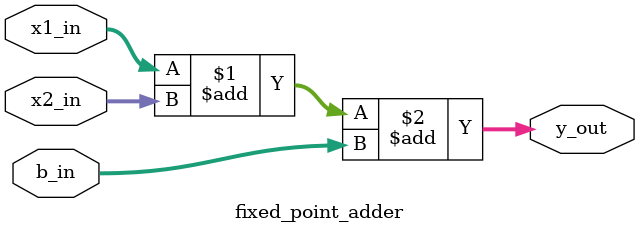
<source format=sv>
`timescale 1ns/1ps
`default_nettype none

module fixed_point_adder
#(
    parameter sign = 1,
    parameter q_m = 16,
    parameter q_n = 16
)
(
    input wire signed [sign + q_m + q_n - 1:0] x1_in, x2_in, b_in, 
    output logic [sign + q_m + q_n - 1:0] y_out
);

    assign y_out = x1_in + x2_in + b_in;
    

endmodule

</source>
